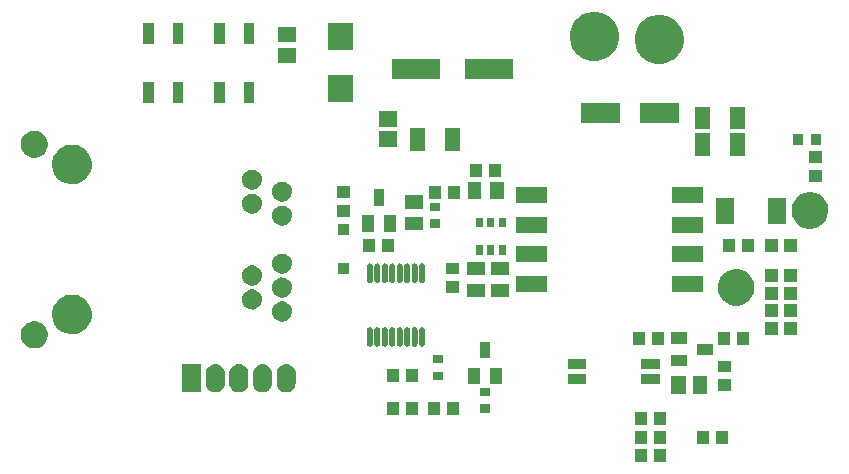
<source format=gts>
G04 #@! TF.FileFunction,Soldermask,Top*
%FSLAX45Y45*%
G04 Gerber Fmt 4.5, Leading zero omitted, Abs format (unit mm)*
G04 Created by KiCad (PCBNEW (2015-11-19 BZR 6326, Git 08d9b36)-product) date Mon 23 Nov 2015 03:22:04 AM EST*
%MOMM*%
G01*
G04 APERTURE LIST*
%ADD10C,0.100000*%
G04 APERTURE END LIST*
D10*
G36*
X12557500Y-7280000D02*
X12452500Y-7280000D01*
X12452500Y-7170000D01*
X12557500Y-7170000D01*
X12557500Y-7280000D01*
X12557500Y-7280000D01*
G37*
G36*
X12397500Y-7280000D02*
X12292500Y-7280000D01*
X12292500Y-7170000D01*
X12397500Y-7170000D01*
X12397500Y-7280000D01*
X12397500Y-7280000D01*
G37*
G36*
X12555000Y-7130000D02*
X12455000Y-7130000D01*
X12455000Y-7020000D01*
X12555000Y-7020000D01*
X12555000Y-7130000D01*
X12555000Y-7130000D01*
G37*
G36*
X12395000Y-7130000D02*
X12295000Y-7130000D01*
X12295000Y-7020000D01*
X12395000Y-7020000D01*
X12395000Y-7130000D01*
X12395000Y-7130000D01*
G37*
G36*
X13080000Y-7130000D02*
X12980000Y-7130000D01*
X12980000Y-7020000D01*
X13080000Y-7020000D01*
X13080000Y-7130000D01*
X13080000Y-7130000D01*
G37*
G36*
X12920000Y-7130000D02*
X12820000Y-7130000D01*
X12820000Y-7020000D01*
X12920000Y-7020000D01*
X12920000Y-7130000D01*
X12920000Y-7130000D01*
G37*
G36*
X12557500Y-6968870D02*
X12452500Y-6968870D01*
X12452500Y-6858870D01*
X12557500Y-6858870D01*
X12557500Y-6968870D01*
X12557500Y-6968870D01*
G37*
G36*
X12397500Y-6968870D02*
X12292500Y-6968870D01*
X12292500Y-6858870D01*
X12397500Y-6858870D01*
X12397500Y-6968870D01*
X12397500Y-6968870D01*
G37*
G36*
X10805000Y-6880000D02*
X10705000Y-6880000D01*
X10705000Y-6770000D01*
X10805000Y-6770000D01*
X10805000Y-6880000D01*
X10805000Y-6880000D01*
G37*
G36*
X10645000Y-6880000D02*
X10545000Y-6880000D01*
X10545000Y-6770000D01*
X10645000Y-6770000D01*
X10645000Y-6880000D01*
X10645000Y-6880000D01*
G37*
G36*
X10455000Y-6880000D02*
X10355000Y-6880000D01*
X10355000Y-6770000D01*
X10455000Y-6770000D01*
X10455000Y-6880000D01*
X10455000Y-6880000D01*
G37*
G36*
X10295000Y-6880000D02*
X10195000Y-6880000D01*
X10195000Y-6770000D01*
X10295000Y-6770000D01*
X10295000Y-6880000D01*
X10295000Y-6880000D01*
G37*
G36*
X11065000Y-6860000D02*
X10985000Y-6860000D01*
X10985000Y-6790000D01*
X11065000Y-6790000D01*
X11065000Y-6860000D01*
X11065000Y-6860000D01*
G37*
G36*
X11065000Y-6720000D02*
X10985000Y-6720000D01*
X10985000Y-6650000D01*
X11065000Y-6650000D01*
X11065000Y-6720000D01*
X11065000Y-6720000D01*
G37*
G36*
X12907500Y-6707500D02*
X12782500Y-6707500D01*
X12782500Y-6552500D01*
X12907500Y-6552500D01*
X12907500Y-6707500D01*
X12907500Y-6707500D01*
G37*
G36*
X12727500Y-6707500D02*
X12602500Y-6707500D01*
X12602500Y-6552500D01*
X12727500Y-6552500D01*
X12727500Y-6707500D01*
X12727500Y-6707500D01*
G37*
G36*
X8756325Y-6451781D02*
X8756325Y-6451781D01*
X8756328Y-6451781D01*
X8771466Y-6456467D01*
X8785407Y-6464005D01*
X8797617Y-6474106D01*
X8807633Y-6486387D01*
X8815073Y-6500380D01*
X8819654Y-6515551D01*
X8821200Y-6531323D01*
X8821200Y-6608689D01*
X8821194Y-6609614D01*
X8821192Y-6609811D01*
X8819426Y-6625560D01*
X8814634Y-6640665D01*
X8806999Y-6654552D01*
X8796813Y-6666692D01*
X8784462Y-6676622D01*
X8770418Y-6683964D01*
X8755215Y-6688439D01*
X8755214Y-6688439D01*
X8755213Y-6688439D01*
X8739433Y-6689875D01*
X8723675Y-6688219D01*
X8723675Y-6688219D01*
X8723673Y-6688219D01*
X8708534Y-6683532D01*
X8694594Y-6675995D01*
X8682383Y-6665893D01*
X8672367Y-6653613D01*
X8664927Y-6639620D01*
X8660346Y-6624449D01*
X8658800Y-6608677D01*
X8658800Y-6531311D01*
X8658807Y-6530291D01*
X8658808Y-6530189D01*
X8660574Y-6514440D01*
X8665366Y-6499335D01*
X8673001Y-6485447D01*
X8683187Y-6473308D01*
X8695538Y-6463377D01*
X8709582Y-6456035D01*
X8724785Y-6451561D01*
X8724787Y-6451561D01*
X8724787Y-6451561D01*
X8740567Y-6450125D01*
X8756325Y-6451781D01*
X8756325Y-6451781D01*
G37*
G36*
X8956325Y-6451781D02*
X8956325Y-6451781D01*
X8956328Y-6451781D01*
X8971466Y-6456467D01*
X8985407Y-6464005D01*
X8997617Y-6474106D01*
X9007633Y-6486387D01*
X9015073Y-6500380D01*
X9019654Y-6515551D01*
X9021200Y-6531323D01*
X9021200Y-6608689D01*
X9021194Y-6609614D01*
X9021192Y-6609811D01*
X9019426Y-6625560D01*
X9014634Y-6640665D01*
X9006999Y-6654552D01*
X8996813Y-6666692D01*
X8984462Y-6676622D01*
X8970418Y-6683964D01*
X8955215Y-6688439D01*
X8955214Y-6688439D01*
X8955213Y-6688439D01*
X8939433Y-6689875D01*
X8923675Y-6688219D01*
X8923675Y-6688219D01*
X8923673Y-6688219D01*
X8908534Y-6683532D01*
X8894594Y-6675995D01*
X8882383Y-6665893D01*
X8872367Y-6653613D01*
X8864927Y-6639620D01*
X8860346Y-6624449D01*
X8858800Y-6608677D01*
X8858800Y-6531311D01*
X8858807Y-6530291D01*
X8858808Y-6530189D01*
X8860574Y-6514440D01*
X8865366Y-6499335D01*
X8873001Y-6485447D01*
X8883187Y-6473308D01*
X8895538Y-6463377D01*
X8909582Y-6456035D01*
X8924785Y-6451561D01*
X8924787Y-6451561D01*
X8924787Y-6451561D01*
X8940567Y-6450125D01*
X8956325Y-6451781D01*
X8956325Y-6451781D01*
G37*
G36*
X9156325Y-6451781D02*
X9156325Y-6451781D01*
X9156328Y-6451781D01*
X9171466Y-6456467D01*
X9185407Y-6464005D01*
X9197617Y-6474106D01*
X9207633Y-6486387D01*
X9215073Y-6500380D01*
X9219654Y-6515551D01*
X9221200Y-6531323D01*
X9221200Y-6608689D01*
X9221194Y-6609614D01*
X9221192Y-6609811D01*
X9219426Y-6625560D01*
X9214634Y-6640665D01*
X9206999Y-6654552D01*
X9196813Y-6666692D01*
X9184462Y-6676622D01*
X9170418Y-6683964D01*
X9155215Y-6688439D01*
X9155214Y-6688439D01*
X9155213Y-6688439D01*
X9139433Y-6689875D01*
X9123675Y-6688219D01*
X9123675Y-6688219D01*
X9123673Y-6688219D01*
X9108534Y-6683532D01*
X9094594Y-6675995D01*
X9082383Y-6665893D01*
X9072367Y-6653613D01*
X9064927Y-6639620D01*
X9060346Y-6624449D01*
X9058800Y-6608677D01*
X9058800Y-6531311D01*
X9058807Y-6530291D01*
X9058808Y-6530189D01*
X9060574Y-6514440D01*
X9065366Y-6499335D01*
X9073001Y-6485447D01*
X9083187Y-6473308D01*
X9095538Y-6463377D01*
X9109582Y-6456035D01*
X9124785Y-6451561D01*
X9124787Y-6451561D01*
X9124787Y-6451561D01*
X9140567Y-6450125D01*
X9156325Y-6451781D01*
X9156325Y-6451781D01*
G37*
G36*
X9356325Y-6451781D02*
X9356325Y-6451781D01*
X9356328Y-6451781D01*
X9371466Y-6456467D01*
X9385407Y-6464005D01*
X9397617Y-6474106D01*
X9407633Y-6486387D01*
X9415073Y-6500380D01*
X9419654Y-6515551D01*
X9421200Y-6531323D01*
X9421200Y-6608689D01*
X9421194Y-6609614D01*
X9421192Y-6609811D01*
X9419426Y-6625560D01*
X9414634Y-6640665D01*
X9406999Y-6654552D01*
X9396813Y-6666692D01*
X9384462Y-6676622D01*
X9370418Y-6683964D01*
X9355215Y-6688439D01*
X9355214Y-6688439D01*
X9355213Y-6688439D01*
X9339433Y-6689875D01*
X9323675Y-6688219D01*
X9323675Y-6688219D01*
X9323673Y-6688219D01*
X9308534Y-6683532D01*
X9294594Y-6675995D01*
X9282383Y-6665893D01*
X9272367Y-6653613D01*
X9264927Y-6639620D01*
X9260346Y-6624449D01*
X9258800Y-6608677D01*
X9258800Y-6531311D01*
X9258807Y-6530291D01*
X9258808Y-6530189D01*
X9260574Y-6514440D01*
X9265366Y-6499335D01*
X9273001Y-6485447D01*
X9283187Y-6473308D01*
X9295538Y-6463377D01*
X9309582Y-6456035D01*
X9324785Y-6451561D01*
X9324787Y-6451561D01*
X9324787Y-6451561D01*
X9340567Y-6450125D01*
X9356325Y-6451781D01*
X9356325Y-6451781D01*
G37*
G36*
X8621200Y-6689300D02*
X8458800Y-6689300D01*
X8458800Y-6450700D01*
X8621200Y-6450700D01*
X8621200Y-6689300D01*
X8621200Y-6689300D01*
G37*
G36*
X13105000Y-6680000D02*
X12995000Y-6680000D01*
X12995000Y-6580000D01*
X13105000Y-6580000D01*
X13105000Y-6680000D01*
X13105000Y-6680000D01*
G37*
G36*
X11877500Y-6622000D02*
X11722500Y-6622000D01*
X11722500Y-6532000D01*
X11877500Y-6532000D01*
X11877500Y-6622000D01*
X11877500Y-6622000D01*
G37*
G36*
X12502500Y-6622000D02*
X12347500Y-6622000D01*
X12347500Y-6532000D01*
X12502500Y-6532000D01*
X12502500Y-6622000D01*
X12502500Y-6622000D01*
G37*
G36*
X11170000Y-6620000D02*
X11070000Y-6620000D01*
X11070000Y-6480000D01*
X11170000Y-6480000D01*
X11170000Y-6620000D01*
X11170000Y-6620000D01*
G37*
G36*
X10980000Y-6620000D02*
X10880000Y-6620000D01*
X10880000Y-6480000D01*
X10980000Y-6480000D01*
X10980000Y-6620000D01*
X10980000Y-6620000D01*
G37*
G36*
X10455000Y-6605000D02*
X10355000Y-6605000D01*
X10355000Y-6495000D01*
X10455000Y-6495000D01*
X10455000Y-6605000D01*
X10455000Y-6605000D01*
G37*
G36*
X10295000Y-6605000D02*
X10195000Y-6605000D01*
X10195000Y-6495000D01*
X10295000Y-6495000D01*
X10295000Y-6605000D01*
X10295000Y-6605000D01*
G37*
G36*
X10665000Y-6585000D02*
X10585000Y-6585000D01*
X10585000Y-6515000D01*
X10665000Y-6515000D01*
X10665000Y-6585000D01*
X10665000Y-6585000D01*
G37*
G36*
X13105000Y-6520000D02*
X12995000Y-6520000D01*
X12995000Y-6420000D01*
X13105000Y-6420000D01*
X13105000Y-6520000D01*
X13105000Y-6520000D01*
G37*
G36*
X12502500Y-6495000D02*
X12347500Y-6495000D01*
X12347500Y-6405000D01*
X12502500Y-6405000D01*
X12502500Y-6495000D01*
X12502500Y-6495000D01*
G37*
G36*
X11877500Y-6495000D02*
X11722500Y-6495000D01*
X11722500Y-6405000D01*
X11877500Y-6405000D01*
X11877500Y-6495000D01*
X11877500Y-6495000D01*
G37*
G36*
X12735000Y-6470000D02*
X12595000Y-6470000D01*
X12595000Y-6370000D01*
X12735000Y-6370000D01*
X12735000Y-6470000D01*
X12735000Y-6470000D01*
G37*
G36*
X10665000Y-6445000D02*
X10585000Y-6445000D01*
X10585000Y-6375000D01*
X10665000Y-6375000D01*
X10665000Y-6445000D01*
X10665000Y-6445000D01*
G37*
G36*
X11070000Y-6400000D02*
X10980000Y-6400000D01*
X10980000Y-6260000D01*
X11070000Y-6260000D01*
X11070000Y-6400000D01*
X11070000Y-6400000D01*
G37*
G36*
X12955000Y-6370000D02*
X12815000Y-6370000D01*
X12815000Y-6280000D01*
X12955000Y-6280000D01*
X12955000Y-6370000D01*
X12955000Y-6370000D01*
G37*
G36*
X7221079Y-6086076D02*
X7243171Y-6090611D01*
X7263961Y-6099351D01*
X7282659Y-6111962D01*
X7298550Y-6127965D01*
X7311030Y-6146749D01*
X7319624Y-6167601D01*
X7324001Y-6189706D01*
X7324001Y-6189706D01*
X7324005Y-6189724D01*
X7323645Y-6215483D01*
X7323641Y-6215500D01*
X7323641Y-6215500D01*
X7318649Y-6237475D01*
X7309476Y-6258078D01*
X7296475Y-6276507D01*
X7280144Y-6292060D01*
X7261102Y-6304144D01*
X7240075Y-6312300D01*
X7217866Y-6316216D01*
X7195317Y-6315743D01*
X7173291Y-6310901D01*
X7152625Y-6301872D01*
X7134105Y-6289000D01*
X7118439Y-6272778D01*
X7106222Y-6253820D01*
X7097920Y-6232852D01*
X7093849Y-6210670D01*
X7094164Y-6188119D01*
X7098853Y-6166059D01*
X7107737Y-6145330D01*
X7120478Y-6126722D01*
X7136592Y-6110942D01*
X7155463Y-6098593D01*
X7176374Y-6090145D01*
X7198527Y-6085919D01*
X7221079Y-6086076D01*
X7221079Y-6086076D01*
G37*
G36*
X10369524Y-6137611D02*
X10369525Y-6137611D01*
X10369527Y-6137611D01*
X10374188Y-6139054D01*
X10378480Y-6141375D01*
X10382239Y-6144485D01*
X10385323Y-6148266D01*
X10387614Y-6152574D01*
X10389024Y-6157245D01*
X10389500Y-6162101D01*
X10389500Y-6277911D01*
X10389498Y-6278147D01*
X10389498Y-6278248D01*
X10388954Y-6283097D01*
X10387478Y-6287748D01*
X10385128Y-6292023D01*
X10381992Y-6295761D01*
X10378189Y-6298818D01*
X10373865Y-6301079D01*
X10369185Y-6302456D01*
X10369183Y-6302457D01*
X10369182Y-6302457D01*
X10364326Y-6302899D01*
X10359476Y-6302389D01*
X10359475Y-6302389D01*
X10359473Y-6302389D01*
X10354812Y-6300946D01*
X10350520Y-6298625D01*
X10346761Y-6295515D01*
X10343677Y-6291734D01*
X10341386Y-6287426D01*
X10339976Y-6282755D01*
X10339500Y-6277899D01*
X10339500Y-6162089D01*
X10339502Y-6161853D01*
X10339502Y-6161752D01*
X10340046Y-6156903D01*
X10341522Y-6152252D01*
X10343872Y-6147977D01*
X10347008Y-6144239D01*
X10350811Y-6141182D01*
X10355135Y-6138921D01*
X10359816Y-6137544D01*
X10359817Y-6137543D01*
X10359818Y-6137543D01*
X10364674Y-6137101D01*
X10369524Y-6137611D01*
X10369524Y-6137611D01*
G37*
G36*
X10432524Y-6137611D02*
X10432525Y-6137611D01*
X10432527Y-6137611D01*
X10437188Y-6139054D01*
X10441480Y-6141375D01*
X10445239Y-6144485D01*
X10448323Y-6148266D01*
X10450614Y-6152574D01*
X10452024Y-6157245D01*
X10452500Y-6162101D01*
X10452500Y-6277911D01*
X10452498Y-6278147D01*
X10452498Y-6278248D01*
X10451954Y-6283097D01*
X10450478Y-6287748D01*
X10448128Y-6292023D01*
X10444992Y-6295761D01*
X10441189Y-6298818D01*
X10436865Y-6301079D01*
X10432185Y-6302456D01*
X10432183Y-6302457D01*
X10432182Y-6302457D01*
X10427326Y-6302899D01*
X10422476Y-6302389D01*
X10422475Y-6302389D01*
X10422473Y-6302389D01*
X10417812Y-6300946D01*
X10413520Y-6298625D01*
X10409761Y-6295515D01*
X10406677Y-6291734D01*
X10404386Y-6287426D01*
X10402976Y-6282755D01*
X10402500Y-6277899D01*
X10402500Y-6162089D01*
X10402502Y-6161853D01*
X10402502Y-6161752D01*
X10403046Y-6156903D01*
X10404522Y-6152252D01*
X10406872Y-6147977D01*
X10410008Y-6144239D01*
X10413811Y-6141182D01*
X10418135Y-6138921D01*
X10422816Y-6137544D01*
X10422817Y-6137543D01*
X10422818Y-6137543D01*
X10427674Y-6137101D01*
X10432524Y-6137611D01*
X10432524Y-6137611D01*
G37*
G36*
X10495524Y-6137611D02*
X10495525Y-6137611D01*
X10495527Y-6137611D01*
X10500188Y-6139054D01*
X10504480Y-6141375D01*
X10508239Y-6144485D01*
X10511323Y-6148266D01*
X10513614Y-6152574D01*
X10515024Y-6157245D01*
X10515500Y-6162101D01*
X10515500Y-6277911D01*
X10515498Y-6278147D01*
X10515498Y-6278248D01*
X10514954Y-6283097D01*
X10513478Y-6287748D01*
X10511128Y-6292023D01*
X10507992Y-6295761D01*
X10504189Y-6298818D01*
X10499865Y-6301079D01*
X10495185Y-6302456D01*
X10495183Y-6302457D01*
X10495182Y-6302457D01*
X10490326Y-6302899D01*
X10485476Y-6302389D01*
X10485475Y-6302389D01*
X10485473Y-6302389D01*
X10480812Y-6300946D01*
X10476520Y-6298625D01*
X10472761Y-6295515D01*
X10469677Y-6291734D01*
X10467386Y-6287426D01*
X10465976Y-6282755D01*
X10465500Y-6277899D01*
X10465500Y-6162089D01*
X10465502Y-6161853D01*
X10465502Y-6161752D01*
X10466046Y-6156903D01*
X10467522Y-6152252D01*
X10469872Y-6147977D01*
X10473008Y-6144239D01*
X10476811Y-6141182D01*
X10481135Y-6138921D01*
X10485816Y-6137544D01*
X10485817Y-6137543D01*
X10485818Y-6137543D01*
X10490674Y-6137101D01*
X10495524Y-6137611D01*
X10495524Y-6137611D01*
G37*
G36*
X10180524Y-6137611D02*
X10180525Y-6137611D01*
X10180527Y-6137611D01*
X10185188Y-6139054D01*
X10189480Y-6141375D01*
X10193239Y-6144485D01*
X10196323Y-6148266D01*
X10198614Y-6152574D01*
X10200024Y-6157245D01*
X10200500Y-6162101D01*
X10200500Y-6277911D01*
X10200498Y-6278147D01*
X10200498Y-6278248D01*
X10199954Y-6283097D01*
X10198478Y-6287748D01*
X10196128Y-6292023D01*
X10192992Y-6295761D01*
X10189189Y-6298818D01*
X10184865Y-6301079D01*
X10180185Y-6302456D01*
X10180183Y-6302457D01*
X10180182Y-6302457D01*
X10175326Y-6302899D01*
X10170476Y-6302389D01*
X10170475Y-6302389D01*
X10170473Y-6302389D01*
X10165812Y-6300946D01*
X10161520Y-6298625D01*
X10157761Y-6295515D01*
X10154677Y-6291734D01*
X10152386Y-6287426D01*
X10150976Y-6282755D01*
X10150500Y-6277899D01*
X10150500Y-6162089D01*
X10150502Y-6161853D01*
X10150502Y-6161752D01*
X10151046Y-6156903D01*
X10152522Y-6152252D01*
X10154872Y-6147977D01*
X10158008Y-6144239D01*
X10161811Y-6141182D01*
X10166135Y-6138921D01*
X10170816Y-6137544D01*
X10170817Y-6137543D01*
X10170818Y-6137543D01*
X10175674Y-6137101D01*
X10180524Y-6137611D01*
X10180524Y-6137611D01*
G37*
G36*
X10117524Y-6137611D02*
X10117525Y-6137611D01*
X10117527Y-6137611D01*
X10122188Y-6139054D01*
X10126480Y-6141375D01*
X10130239Y-6144485D01*
X10133323Y-6148266D01*
X10135614Y-6152574D01*
X10137024Y-6157245D01*
X10137500Y-6162101D01*
X10137500Y-6277911D01*
X10137498Y-6278147D01*
X10137498Y-6278248D01*
X10136954Y-6283097D01*
X10135478Y-6287748D01*
X10133128Y-6292023D01*
X10129992Y-6295761D01*
X10126189Y-6298818D01*
X10121865Y-6301079D01*
X10117185Y-6302456D01*
X10117183Y-6302457D01*
X10117182Y-6302457D01*
X10112326Y-6302899D01*
X10107476Y-6302389D01*
X10107475Y-6302389D01*
X10107473Y-6302389D01*
X10102812Y-6300946D01*
X10098520Y-6298625D01*
X10094761Y-6295515D01*
X10091677Y-6291734D01*
X10089386Y-6287426D01*
X10087976Y-6282755D01*
X10087500Y-6277899D01*
X10087500Y-6162089D01*
X10087502Y-6161853D01*
X10087502Y-6161752D01*
X10088046Y-6156903D01*
X10089522Y-6152252D01*
X10091872Y-6147977D01*
X10095008Y-6144239D01*
X10098811Y-6141182D01*
X10103135Y-6138921D01*
X10107816Y-6137544D01*
X10107817Y-6137543D01*
X10107818Y-6137543D01*
X10112674Y-6137101D01*
X10117524Y-6137611D01*
X10117524Y-6137611D01*
G37*
G36*
X10243524Y-6137611D02*
X10243525Y-6137611D01*
X10243527Y-6137611D01*
X10248188Y-6139054D01*
X10252480Y-6141375D01*
X10256239Y-6144485D01*
X10259323Y-6148266D01*
X10261614Y-6152574D01*
X10263024Y-6157245D01*
X10263500Y-6162101D01*
X10263500Y-6277911D01*
X10263498Y-6278147D01*
X10263498Y-6278248D01*
X10262954Y-6283097D01*
X10261478Y-6287748D01*
X10259128Y-6292023D01*
X10255992Y-6295761D01*
X10252189Y-6298818D01*
X10247865Y-6301079D01*
X10243185Y-6302456D01*
X10243183Y-6302457D01*
X10243182Y-6302457D01*
X10238326Y-6302899D01*
X10233476Y-6302389D01*
X10233475Y-6302389D01*
X10233473Y-6302389D01*
X10228812Y-6300946D01*
X10224520Y-6298625D01*
X10220761Y-6295515D01*
X10217677Y-6291734D01*
X10215386Y-6287426D01*
X10213976Y-6282755D01*
X10213500Y-6277899D01*
X10213500Y-6162089D01*
X10213502Y-6161853D01*
X10213502Y-6161752D01*
X10214046Y-6156903D01*
X10215522Y-6152252D01*
X10217872Y-6147977D01*
X10221008Y-6144239D01*
X10224811Y-6141182D01*
X10229135Y-6138921D01*
X10233816Y-6137544D01*
X10233817Y-6137543D01*
X10233818Y-6137543D01*
X10238674Y-6137101D01*
X10243524Y-6137611D01*
X10243524Y-6137611D01*
G37*
G36*
X10054524Y-6137611D02*
X10054525Y-6137611D01*
X10054527Y-6137611D01*
X10059188Y-6139054D01*
X10063480Y-6141375D01*
X10067239Y-6144485D01*
X10070323Y-6148266D01*
X10072614Y-6152574D01*
X10074024Y-6157245D01*
X10074500Y-6162101D01*
X10074500Y-6277911D01*
X10074498Y-6278147D01*
X10074498Y-6278248D01*
X10073954Y-6283097D01*
X10072478Y-6287748D01*
X10070128Y-6292023D01*
X10066992Y-6295761D01*
X10063189Y-6298818D01*
X10058865Y-6301079D01*
X10054185Y-6302456D01*
X10054183Y-6302457D01*
X10054182Y-6302457D01*
X10049326Y-6302899D01*
X10044476Y-6302389D01*
X10044475Y-6302389D01*
X10044473Y-6302389D01*
X10039812Y-6300946D01*
X10035520Y-6298625D01*
X10031761Y-6295515D01*
X10028677Y-6291734D01*
X10026386Y-6287426D01*
X10024976Y-6282755D01*
X10024500Y-6277899D01*
X10024500Y-6162089D01*
X10024502Y-6161853D01*
X10024502Y-6161752D01*
X10025046Y-6156903D01*
X10026522Y-6152252D01*
X10028872Y-6147977D01*
X10032008Y-6144239D01*
X10035811Y-6141182D01*
X10040135Y-6138921D01*
X10044816Y-6137544D01*
X10044817Y-6137543D01*
X10044818Y-6137543D01*
X10049674Y-6137101D01*
X10054524Y-6137611D01*
X10054524Y-6137611D01*
G37*
G36*
X10306524Y-6137611D02*
X10306525Y-6137611D01*
X10306527Y-6137611D01*
X10311188Y-6139054D01*
X10315480Y-6141375D01*
X10319239Y-6144485D01*
X10322323Y-6148266D01*
X10324614Y-6152574D01*
X10326024Y-6157245D01*
X10326500Y-6162101D01*
X10326500Y-6277911D01*
X10326498Y-6278147D01*
X10326498Y-6278248D01*
X10325954Y-6283097D01*
X10324478Y-6287748D01*
X10322128Y-6292023D01*
X10318992Y-6295761D01*
X10315189Y-6298818D01*
X10310865Y-6301079D01*
X10306185Y-6302456D01*
X10306183Y-6302457D01*
X10306182Y-6302457D01*
X10301326Y-6302899D01*
X10296476Y-6302389D01*
X10296475Y-6302389D01*
X10296473Y-6302389D01*
X10291812Y-6300946D01*
X10287520Y-6298625D01*
X10283761Y-6295515D01*
X10280677Y-6291734D01*
X10278386Y-6287426D01*
X10276976Y-6282755D01*
X10276500Y-6277899D01*
X10276500Y-6162089D01*
X10276502Y-6161853D01*
X10276502Y-6161752D01*
X10277046Y-6156903D01*
X10278522Y-6152252D01*
X10280872Y-6147977D01*
X10284008Y-6144239D01*
X10287811Y-6141182D01*
X10292135Y-6138921D01*
X10296816Y-6137544D01*
X10296817Y-6137543D01*
X10296818Y-6137543D01*
X10301674Y-6137101D01*
X10306524Y-6137611D01*
X10306524Y-6137611D01*
G37*
G36*
X13095000Y-6285000D02*
X12995000Y-6285000D01*
X12995000Y-6175000D01*
X13095000Y-6175000D01*
X13095000Y-6285000D01*
X13095000Y-6285000D01*
G37*
G36*
X13255000Y-6285000D02*
X13155000Y-6285000D01*
X13155000Y-6175000D01*
X13255000Y-6175000D01*
X13255000Y-6285000D01*
X13255000Y-6285000D01*
G37*
G36*
X12540000Y-6285000D02*
X12440000Y-6285000D01*
X12440000Y-6175000D01*
X12540000Y-6175000D01*
X12540000Y-6285000D01*
X12540000Y-6285000D01*
G37*
G36*
X12380000Y-6285000D02*
X12280000Y-6285000D01*
X12280000Y-6175000D01*
X12380000Y-6175000D01*
X12380000Y-6285000D01*
X12380000Y-6285000D01*
G37*
G36*
X12735000Y-6280000D02*
X12595000Y-6280000D01*
X12595000Y-6180000D01*
X12735000Y-6180000D01*
X12735000Y-6280000D01*
X12735000Y-6280000D01*
G37*
G36*
X13662500Y-6205000D02*
X13557500Y-6205000D01*
X13557500Y-6095000D01*
X13662500Y-6095000D01*
X13662500Y-6205000D01*
X13662500Y-6205000D01*
G37*
G36*
X13502500Y-6205000D02*
X13397500Y-6205000D01*
X13397500Y-6095000D01*
X13502500Y-6095000D01*
X13502500Y-6205000D01*
X13502500Y-6205000D01*
G37*
G36*
X7543593Y-5862611D02*
X7575770Y-5869216D01*
X7606053Y-5881946D01*
X7633285Y-5900314D01*
X7656431Y-5923623D01*
X7673236Y-5948916D01*
X7674609Y-5950983D01*
X7676117Y-5954641D01*
X7687127Y-5981353D01*
X7693504Y-6013558D01*
X7693504Y-6013559D01*
X7693507Y-6013576D01*
X7692983Y-6051095D01*
X7692979Y-6051112D01*
X7692979Y-6051112D01*
X7685706Y-6083127D01*
X7672345Y-6113135D01*
X7653410Y-6139978D01*
X7629623Y-6162630D01*
X7601887Y-6180232D01*
X7571262Y-6192110D01*
X7538913Y-6197814D01*
X7506071Y-6197126D01*
X7473989Y-6190073D01*
X7443888Y-6176922D01*
X7416914Y-6158175D01*
X7394096Y-6134546D01*
X7376302Y-6106934D01*
X7364209Y-6076393D01*
X7358280Y-6044084D01*
X7358738Y-6011239D01*
X7365568Y-5979108D01*
X7378508Y-5948916D01*
X7397066Y-5921812D01*
X7420536Y-5898829D01*
X7448022Y-5880843D01*
X7478479Y-5868537D01*
X7510746Y-5862382D01*
X7543593Y-5862611D01*
X7543593Y-5862611D01*
G37*
G36*
X9312928Y-5920056D02*
X9329257Y-5923408D01*
X9344624Y-5929868D01*
X9358443Y-5939189D01*
X9370189Y-5951017D01*
X9379414Y-5964902D01*
X9385766Y-5980313D01*
X9388769Y-5995479D01*
X9389004Y-5996665D01*
X9388738Y-6015705D01*
X9388734Y-6015722D01*
X9388734Y-6015722D01*
X9385045Y-6031960D01*
X9378265Y-6047188D01*
X9368656Y-6060810D01*
X9356585Y-6072305D01*
X9342510Y-6081237D01*
X9326969Y-6087265D01*
X9310553Y-6090160D01*
X9293887Y-6089810D01*
X9277606Y-6086231D01*
X9262331Y-6079558D01*
X9248643Y-6070044D01*
X9237064Y-6058053D01*
X9228034Y-6044041D01*
X9221897Y-6028543D01*
X9218888Y-6012147D01*
X9219121Y-5995479D01*
X9222587Y-5979174D01*
X9229153Y-5963853D01*
X9238571Y-5950099D01*
X9250481Y-5938435D01*
X9264429Y-5929308D01*
X9279885Y-5923064D01*
X9296259Y-5919940D01*
X9312928Y-5920056D01*
X9312928Y-5920056D01*
G37*
G36*
X13662500Y-6055000D02*
X13557500Y-6055000D01*
X13557500Y-5945000D01*
X13662500Y-5945000D01*
X13662500Y-6055000D01*
X13662500Y-6055000D01*
G37*
G36*
X13502500Y-6055000D02*
X13397500Y-6055000D01*
X13397500Y-5945000D01*
X13502500Y-5945000D01*
X13502500Y-6055000D01*
X13502500Y-6055000D01*
G37*
G36*
X9058928Y-5818056D02*
X9075257Y-5821408D01*
X9090624Y-5827868D01*
X9104443Y-5837189D01*
X9116189Y-5849017D01*
X9125414Y-5862902D01*
X9131766Y-5878313D01*
X9134769Y-5893479D01*
X9135004Y-5894665D01*
X9134738Y-5913705D01*
X9134734Y-5913722D01*
X9134734Y-5913722D01*
X9131045Y-5929960D01*
X9124265Y-5945188D01*
X9114656Y-5958810D01*
X9102585Y-5970305D01*
X9088510Y-5979237D01*
X9072969Y-5985265D01*
X9056553Y-5988160D01*
X9039887Y-5987810D01*
X9023606Y-5984231D01*
X9008331Y-5977558D01*
X8994643Y-5968044D01*
X8983064Y-5956053D01*
X8974034Y-5942041D01*
X8967897Y-5926543D01*
X8964888Y-5910147D01*
X8965121Y-5893479D01*
X8968587Y-5877174D01*
X8975153Y-5861853D01*
X8984571Y-5848099D01*
X8996481Y-5836435D01*
X9010429Y-5827308D01*
X9025885Y-5821064D01*
X9042259Y-5817940D01*
X9058928Y-5818056D01*
X9058928Y-5818056D01*
G37*
G36*
X13166279Y-5645116D02*
X13196052Y-5651228D01*
X13224072Y-5663006D01*
X13249271Y-5680003D01*
X13270687Y-5701570D01*
X13287507Y-5726886D01*
X13299090Y-5754987D01*
X13304990Y-5784785D01*
X13304994Y-5784803D01*
X13304509Y-5819519D01*
X13304505Y-5819536D01*
X13304505Y-5819536D01*
X13297775Y-5849158D01*
X13285413Y-5876925D01*
X13267892Y-5901762D01*
X13245881Y-5922722D01*
X13220218Y-5939009D01*
X13191881Y-5950000D01*
X13161948Y-5955278D01*
X13131560Y-5954641D01*
X13101875Y-5948115D01*
X13074022Y-5935946D01*
X13049064Y-5918600D01*
X13027950Y-5896736D01*
X13011485Y-5871187D01*
X13000296Y-5842927D01*
X12994809Y-5813032D01*
X12995234Y-5782640D01*
X13001553Y-5752910D01*
X13013526Y-5724973D01*
X13030698Y-5699894D01*
X13052415Y-5678628D01*
X13077847Y-5661985D01*
X13106029Y-5650599D01*
X13135885Y-5644904D01*
X13166279Y-5645116D01*
X13166279Y-5645116D01*
G37*
G36*
X13502500Y-5905000D02*
X13397500Y-5905000D01*
X13397500Y-5795000D01*
X13502500Y-5795000D01*
X13502500Y-5905000D01*
X13502500Y-5905000D01*
G37*
G36*
X13662500Y-5905000D02*
X13557500Y-5905000D01*
X13557500Y-5795000D01*
X13662500Y-5795000D01*
X13662500Y-5905000D01*
X13662500Y-5905000D01*
G37*
G36*
X9312928Y-5717056D02*
X9329257Y-5720408D01*
X9344624Y-5726868D01*
X9358443Y-5736189D01*
X9370189Y-5748017D01*
X9379414Y-5761902D01*
X9385766Y-5777313D01*
X9388769Y-5792479D01*
X9389004Y-5793665D01*
X9388738Y-5812705D01*
X9388734Y-5812722D01*
X9388734Y-5812722D01*
X9385045Y-5828960D01*
X9378265Y-5844188D01*
X9368656Y-5857810D01*
X9356585Y-5869305D01*
X9342510Y-5878237D01*
X9326969Y-5884265D01*
X9310553Y-5887160D01*
X9293887Y-5886810D01*
X9277606Y-5883231D01*
X9262331Y-5876558D01*
X9248643Y-5867044D01*
X9237064Y-5855053D01*
X9228034Y-5841041D01*
X9221897Y-5825543D01*
X9218888Y-5809147D01*
X9219121Y-5792479D01*
X9222587Y-5776174D01*
X9229153Y-5760853D01*
X9238571Y-5747099D01*
X9250481Y-5735435D01*
X9264429Y-5726308D01*
X9279885Y-5720064D01*
X9296259Y-5716940D01*
X9312928Y-5717056D01*
X9312928Y-5717056D01*
G37*
G36*
X11227500Y-5885000D02*
X11072500Y-5885000D01*
X11072500Y-5775000D01*
X11227500Y-5775000D01*
X11227500Y-5885000D01*
X11227500Y-5885000D01*
G37*
G36*
X11027500Y-5885000D02*
X10872500Y-5885000D01*
X10872500Y-5775000D01*
X11027500Y-5775000D01*
X11027500Y-5885000D01*
X11027500Y-5885000D01*
G37*
G36*
X10805000Y-5850000D02*
X10695000Y-5850000D01*
X10695000Y-5750000D01*
X10805000Y-5750000D01*
X10805000Y-5850000D01*
X10805000Y-5850000D01*
G37*
G36*
X12873000Y-5838500D02*
X12609000Y-5838500D01*
X12609000Y-5701500D01*
X12873000Y-5701500D01*
X12873000Y-5838500D01*
X12873000Y-5838500D01*
G37*
G36*
X11552000Y-5838500D02*
X11288000Y-5838500D01*
X11288000Y-5701500D01*
X11552000Y-5701500D01*
X11552000Y-5838500D01*
X11552000Y-5838500D01*
G37*
G36*
X9058928Y-5615056D02*
X9075257Y-5618408D01*
X9090624Y-5624868D01*
X9104443Y-5634189D01*
X9116189Y-5646017D01*
X9125414Y-5659902D01*
X9131766Y-5675313D01*
X9134674Y-5690000D01*
X9135004Y-5691665D01*
X9134738Y-5710705D01*
X9134734Y-5710722D01*
X9134734Y-5710722D01*
X9131045Y-5726960D01*
X9124265Y-5742188D01*
X9114656Y-5755810D01*
X9102585Y-5767305D01*
X9088510Y-5776237D01*
X9072969Y-5782265D01*
X9056553Y-5785160D01*
X9039887Y-5784810D01*
X9023606Y-5781231D01*
X9008331Y-5774558D01*
X8994643Y-5765044D01*
X8983064Y-5753053D01*
X8974034Y-5739041D01*
X8967897Y-5723543D01*
X8964888Y-5707147D01*
X8965121Y-5690479D01*
X8968587Y-5674174D01*
X8975153Y-5658853D01*
X8984571Y-5645099D01*
X8996481Y-5633435D01*
X9010429Y-5624308D01*
X9025885Y-5618064D01*
X9042259Y-5614940D01*
X9058928Y-5615056D01*
X9058928Y-5615056D01*
G37*
G36*
X10495524Y-5597611D02*
X10495525Y-5597611D01*
X10495527Y-5597611D01*
X10500188Y-5599054D01*
X10504480Y-5601375D01*
X10508239Y-5604485D01*
X10511323Y-5608266D01*
X10513614Y-5612574D01*
X10515024Y-5617245D01*
X10515500Y-5622101D01*
X10515500Y-5737911D01*
X10515498Y-5738147D01*
X10515498Y-5738248D01*
X10514954Y-5743097D01*
X10513478Y-5747748D01*
X10511128Y-5752023D01*
X10507992Y-5755761D01*
X10504189Y-5758818D01*
X10499865Y-5761079D01*
X10495185Y-5762456D01*
X10495183Y-5762457D01*
X10495182Y-5762457D01*
X10490326Y-5762899D01*
X10485476Y-5762389D01*
X10485475Y-5762389D01*
X10485473Y-5762389D01*
X10480812Y-5760946D01*
X10476520Y-5758625D01*
X10472761Y-5755515D01*
X10469677Y-5751734D01*
X10467386Y-5747426D01*
X10465976Y-5742755D01*
X10465500Y-5737899D01*
X10465500Y-5622089D01*
X10465502Y-5621853D01*
X10465502Y-5621752D01*
X10466046Y-5616903D01*
X10467522Y-5612252D01*
X10469872Y-5607977D01*
X10473008Y-5604239D01*
X10476811Y-5601182D01*
X10481135Y-5598921D01*
X10485816Y-5597544D01*
X10485817Y-5597543D01*
X10485818Y-5597543D01*
X10490674Y-5597101D01*
X10495524Y-5597611D01*
X10495524Y-5597611D01*
G37*
G36*
X10054524Y-5597611D02*
X10054525Y-5597611D01*
X10054527Y-5597611D01*
X10059188Y-5599054D01*
X10063480Y-5601375D01*
X10067239Y-5604485D01*
X10070323Y-5608266D01*
X10072614Y-5612574D01*
X10074024Y-5617245D01*
X10074500Y-5622101D01*
X10074500Y-5737911D01*
X10074498Y-5738147D01*
X10074498Y-5738248D01*
X10073954Y-5743097D01*
X10072478Y-5747748D01*
X10070128Y-5752023D01*
X10066992Y-5755761D01*
X10063189Y-5758818D01*
X10058865Y-5761079D01*
X10054185Y-5762456D01*
X10054183Y-5762457D01*
X10054182Y-5762457D01*
X10049326Y-5762899D01*
X10044476Y-5762389D01*
X10044475Y-5762389D01*
X10044473Y-5762389D01*
X10039812Y-5760946D01*
X10035520Y-5758625D01*
X10031761Y-5755515D01*
X10028677Y-5751734D01*
X10026386Y-5747426D01*
X10024976Y-5742755D01*
X10024500Y-5737899D01*
X10024500Y-5622089D01*
X10024502Y-5621853D01*
X10024502Y-5621752D01*
X10025046Y-5616903D01*
X10026522Y-5612252D01*
X10028872Y-5607977D01*
X10032008Y-5604239D01*
X10035811Y-5601182D01*
X10040135Y-5598921D01*
X10044816Y-5597544D01*
X10044817Y-5597543D01*
X10044818Y-5597543D01*
X10049674Y-5597101D01*
X10054524Y-5597611D01*
X10054524Y-5597611D01*
G37*
G36*
X10117524Y-5597611D02*
X10117525Y-5597611D01*
X10117527Y-5597611D01*
X10122188Y-5599054D01*
X10126480Y-5601375D01*
X10130239Y-5604485D01*
X10133323Y-5608266D01*
X10135614Y-5612574D01*
X10137024Y-5617245D01*
X10137500Y-5622101D01*
X10137500Y-5737911D01*
X10137498Y-5738147D01*
X10137498Y-5738248D01*
X10136954Y-5743097D01*
X10135478Y-5747748D01*
X10133128Y-5752023D01*
X10129992Y-5755761D01*
X10126189Y-5758818D01*
X10121865Y-5761079D01*
X10117185Y-5762456D01*
X10117183Y-5762457D01*
X10117182Y-5762457D01*
X10112326Y-5762899D01*
X10107476Y-5762389D01*
X10107475Y-5762389D01*
X10107473Y-5762389D01*
X10102812Y-5760946D01*
X10098520Y-5758625D01*
X10094761Y-5755515D01*
X10091677Y-5751734D01*
X10089386Y-5747426D01*
X10087976Y-5742755D01*
X10087500Y-5737899D01*
X10087500Y-5622089D01*
X10087502Y-5621853D01*
X10087502Y-5621752D01*
X10088046Y-5616903D01*
X10089522Y-5612252D01*
X10091872Y-5607977D01*
X10095008Y-5604239D01*
X10098811Y-5601182D01*
X10103135Y-5598921D01*
X10107816Y-5597544D01*
X10107817Y-5597543D01*
X10107818Y-5597543D01*
X10112674Y-5597101D01*
X10117524Y-5597611D01*
X10117524Y-5597611D01*
G37*
G36*
X10180524Y-5597611D02*
X10180525Y-5597611D01*
X10180527Y-5597611D01*
X10185188Y-5599054D01*
X10189480Y-5601375D01*
X10193239Y-5604485D01*
X10196323Y-5608266D01*
X10198614Y-5612574D01*
X10200024Y-5617245D01*
X10200500Y-5622101D01*
X10200500Y-5737911D01*
X10200498Y-5738147D01*
X10200498Y-5738248D01*
X10199954Y-5743097D01*
X10198478Y-5747748D01*
X10196128Y-5752023D01*
X10192992Y-5755761D01*
X10189189Y-5758818D01*
X10184865Y-5761079D01*
X10180185Y-5762456D01*
X10180183Y-5762457D01*
X10180182Y-5762457D01*
X10175326Y-5762899D01*
X10170476Y-5762389D01*
X10170475Y-5762389D01*
X10170473Y-5762389D01*
X10165812Y-5760946D01*
X10161520Y-5758625D01*
X10157761Y-5755515D01*
X10154677Y-5751734D01*
X10152386Y-5747426D01*
X10150976Y-5742755D01*
X10150500Y-5737899D01*
X10150500Y-5622089D01*
X10150502Y-5621853D01*
X10150502Y-5621752D01*
X10151046Y-5616903D01*
X10152522Y-5612252D01*
X10154872Y-5607977D01*
X10158008Y-5604239D01*
X10161811Y-5601182D01*
X10166135Y-5598921D01*
X10170816Y-5597544D01*
X10170817Y-5597543D01*
X10170818Y-5597543D01*
X10175674Y-5597101D01*
X10180524Y-5597611D01*
X10180524Y-5597611D01*
G37*
G36*
X10306524Y-5597611D02*
X10306525Y-5597611D01*
X10306527Y-5597611D01*
X10311188Y-5599054D01*
X10315480Y-5601375D01*
X10319239Y-5604485D01*
X10322323Y-5608266D01*
X10324614Y-5612574D01*
X10326024Y-5617245D01*
X10326500Y-5622101D01*
X10326500Y-5737911D01*
X10326498Y-5738147D01*
X10326498Y-5738248D01*
X10325954Y-5743097D01*
X10324478Y-5747748D01*
X10322128Y-5752023D01*
X10318992Y-5755761D01*
X10315189Y-5758818D01*
X10310865Y-5761079D01*
X10306185Y-5762456D01*
X10306183Y-5762457D01*
X10306182Y-5762457D01*
X10301326Y-5762899D01*
X10296476Y-5762389D01*
X10296475Y-5762389D01*
X10296473Y-5762389D01*
X10291812Y-5760946D01*
X10287520Y-5758625D01*
X10283761Y-5755515D01*
X10280677Y-5751734D01*
X10278386Y-5747426D01*
X10276976Y-5742755D01*
X10276500Y-5737899D01*
X10276500Y-5622089D01*
X10276502Y-5621853D01*
X10276502Y-5621752D01*
X10277046Y-5616903D01*
X10278522Y-5612252D01*
X10280872Y-5607977D01*
X10284008Y-5604239D01*
X10287811Y-5601182D01*
X10292135Y-5598921D01*
X10296816Y-5597544D01*
X10296817Y-5597543D01*
X10296818Y-5597543D01*
X10301674Y-5597101D01*
X10306524Y-5597611D01*
X10306524Y-5597611D01*
G37*
G36*
X10369524Y-5597611D02*
X10369525Y-5597611D01*
X10369527Y-5597611D01*
X10374188Y-5599054D01*
X10378480Y-5601375D01*
X10382239Y-5604485D01*
X10385323Y-5608266D01*
X10387614Y-5612574D01*
X10389024Y-5617245D01*
X10389500Y-5622101D01*
X10389500Y-5737911D01*
X10389498Y-5738147D01*
X10389498Y-5738248D01*
X10388954Y-5743097D01*
X10387478Y-5747748D01*
X10385128Y-5752023D01*
X10381992Y-5755761D01*
X10378189Y-5758818D01*
X10373865Y-5761079D01*
X10369185Y-5762456D01*
X10369183Y-5762457D01*
X10369182Y-5762457D01*
X10364326Y-5762899D01*
X10359476Y-5762389D01*
X10359475Y-5762389D01*
X10359473Y-5762389D01*
X10354812Y-5760946D01*
X10350520Y-5758625D01*
X10346761Y-5755515D01*
X10343677Y-5751734D01*
X10341386Y-5747426D01*
X10339976Y-5742755D01*
X10339500Y-5737899D01*
X10339500Y-5622089D01*
X10339502Y-5621853D01*
X10339502Y-5621752D01*
X10340046Y-5616903D01*
X10341522Y-5612252D01*
X10343872Y-5607977D01*
X10347008Y-5604239D01*
X10350811Y-5601182D01*
X10355135Y-5598921D01*
X10359816Y-5597544D01*
X10359817Y-5597543D01*
X10359818Y-5597543D01*
X10364674Y-5597101D01*
X10369524Y-5597611D01*
X10369524Y-5597611D01*
G37*
G36*
X10432524Y-5597611D02*
X10432525Y-5597611D01*
X10432527Y-5597611D01*
X10437188Y-5599054D01*
X10441480Y-5601375D01*
X10445239Y-5604485D01*
X10448323Y-5608266D01*
X10450614Y-5612574D01*
X10452024Y-5617245D01*
X10452500Y-5622101D01*
X10452500Y-5737911D01*
X10452498Y-5738147D01*
X10452498Y-5738248D01*
X10451954Y-5743097D01*
X10450478Y-5747748D01*
X10448128Y-5752023D01*
X10444992Y-5755761D01*
X10441189Y-5758818D01*
X10436865Y-5761079D01*
X10432185Y-5762456D01*
X10432183Y-5762457D01*
X10432182Y-5762457D01*
X10427326Y-5762899D01*
X10422476Y-5762389D01*
X10422475Y-5762389D01*
X10422473Y-5762389D01*
X10417812Y-5760946D01*
X10413520Y-5758625D01*
X10409761Y-5755515D01*
X10406677Y-5751734D01*
X10404386Y-5747426D01*
X10402976Y-5742755D01*
X10402500Y-5737899D01*
X10402500Y-5622089D01*
X10402502Y-5621853D01*
X10402502Y-5621752D01*
X10403046Y-5616903D01*
X10404522Y-5612252D01*
X10406872Y-5607977D01*
X10410008Y-5604239D01*
X10413811Y-5601182D01*
X10418135Y-5598921D01*
X10422816Y-5597544D01*
X10422817Y-5597543D01*
X10422818Y-5597543D01*
X10427674Y-5597101D01*
X10432524Y-5597611D01*
X10432524Y-5597611D01*
G37*
G36*
X10243524Y-5597611D02*
X10243525Y-5597611D01*
X10243527Y-5597611D01*
X10248188Y-5599054D01*
X10252480Y-5601375D01*
X10256239Y-5604485D01*
X10259323Y-5608266D01*
X10261614Y-5612574D01*
X10263024Y-5617245D01*
X10263500Y-5622101D01*
X10263500Y-5737911D01*
X10263498Y-5738147D01*
X10263498Y-5738248D01*
X10262954Y-5743097D01*
X10261478Y-5747748D01*
X10259128Y-5752023D01*
X10255992Y-5755761D01*
X10252189Y-5758818D01*
X10247865Y-5761079D01*
X10243185Y-5762456D01*
X10243183Y-5762457D01*
X10243182Y-5762457D01*
X10238326Y-5762899D01*
X10233476Y-5762389D01*
X10233475Y-5762389D01*
X10233473Y-5762389D01*
X10228812Y-5760946D01*
X10224520Y-5758625D01*
X10220761Y-5755515D01*
X10217677Y-5751734D01*
X10215386Y-5747426D01*
X10213976Y-5742755D01*
X10213500Y-5737899D01*
X10213500Y-5622089D01*
X10213502Y-5621853D01*
X10213502Y-5621752D01*
X10214046Y-5616903D01*
X10215522Y-5612252D01*
X10217872Y-5607977D01*
X10221008Y-5604239D01*
X10224811Y-5601182D01*
X10229135Y-5598921D01*
X10233816Y-5597544D01*
X10233817Y-5597543D01*
X10233818Y-5597543D01*
X10238674Y-5597101D01*
X10243524Y-5597611D01*
X10243524Y-5597611D01*
G37*
G36*
X13502500Y-5755000D02*
X13397500Y-5755000D01*
X13397500Y-5645000D01*
X13502500Y-5645000D01*
X13502500Y-5755000D01*
X13502500Y-5755000D01*
G37*
G36*
X13662500Y-5755000D02*
X13557500Y-5755000D01*
X13557500Y-5645000D01*
X13662500Y-5645000D01*
X13662500Y-5755000D01*
X13662500Y-5755000D01*
G37*
G36*
X11027500Y-5695000D02*
X10872500Y-5695000D01*
X10872500Y-5585000D01*
X11027500Y-5585000D01*
X11027500Y-5695000D01*
X11027500Y-5695000D01*
G37*
G36*
X11227500Y-5695000D02*
X11072500Y-5695000D01*
X11072500Y-5585000D01*
X11227500Y-5585000D01*
X11227500Y-5695000D01*
X11227500Y-5695000D01*
G37*
G36*
X10805000Y-5690000D02*
X10695000Y-5690000D01*
X10695000Y-5590000D01*
X10805000Y-5590000D01*
X10805000Y-5690000D01*
X10805000Y-5690000D01*
G37*
G36*
X9872500Y-5690000D02*
X9777500Y-5690000D01*
X9777500Y-5595000D01*
X9872500Y-5595000D01*
X9872500Y-5690000D01*
X9872500Y-5690000D01*
G37*
G36*
X9312928Y-5514057D02*
X9329257Y-5517408D01*
X9344624Y-5523868D01*
X9358443Y-5533190D01*
X9370189Y-5545017D01*
X9379414Y-5558902D01*
X9385766Y-5574314D01*
X9388575Y-5588500D01*
X9389004Y-5590665D01*
X9388738Y-5609705D01*
X9388734Y-5609722D01*
X9388734Y-5609722D01*
X9385045Y-5625960D01*
X9378265Y-5641188D01*
X9368656Y-5654810D01*
X9356585Y-5666305D01*
X9342510Y-5675237D01*
X9326969Y-5681265D01*
X9310553Y-5684160D01*
X9293887Y-5683810D01*
X9277606Y-5680231D01*
X9262331Y-5673558D01*
X9248643Y-5664044D01*
X9237064Y-5652053D01*
X9228034Y-5638041D01*
X9221897Y-5622543D01*
X9218888Y-5606147D01*
X9219121Y-5589479D01*
X9222587Y-5573174D01*
X9229153Y-5557853D01*
X9238571Y-5544099D01*
X9250481Y-5532436D01*
X9264429Y-5523308D01*
X9279885Y-5517064D01*
X9296259Y-5513940D01*
X9312928Y-5514057D01*
X9312928Y-5514057D01*
G37*
G36*
X12873000Y-5588500D02*
X12609000Y-5588500D01*
X12609000Y-5451500D01*
X12873000Y-5451500D01*
X12873000Y-5588500D01*
X12873000Y-5588500D01*
G37*
G36*
X11552000Y-5588500D02*
X11288000Y-5588500D01*
X11288000Y-5451500D01*
X11552000Y-5451500D01*
X11552000Y-5588500D01*
X11552000Y-5588500D01*
G37*
G36*
X11204340Y-5522600D02*
X11144340Y-5522600D01*
X11144340Y-5442600D01*
X11204340Y-5442600D01*
X11204340Y-5522600D01*
X11204340Y-5522600D01*
G37*
G36*
X11104340Y-5522600D02*
X11044340Y-5522600D01*
X11044340Y-5442600D01*
X11104340Y-5442600D01*
X11104340Y-5522600D01*
X11104340Y-5522600D01*
G37*
G36*
X11004340Y-5522600D02*
X10944340Y-5522600D01*
X10944340Y-5442600D01*
X11004340Y-5442600D01*
X11004340Y-5522600D01*
X11004340Y-5522600D01*
G37*
G36*
X10095000Y-5505000D02*
X9995000Y-5505000D01*
X9995000Y-5395000D01*
X10095000Y-5395000D01*
X10095000Y-5505000D01*
X10095000Y-5505000D01*
G37*
G36*
X13140000Y-5505000D02*
X13040000Y-5505000D01*
X13040000Y-5395000D01*
X13140000Y-5395000D01*
X13140000Y-5505000D01*
X13140000Y-5505000D01*
G37*
G36*
X10255000Y-5505000D02*
X10155000Y-5505000D01*
X10155000Y-5395000D01*
X10255000Y-5395000D01*
X10255000Y-5505000D01*
X10255000Y-5505000D01*
G37*
G36*
X13502500Y-5505000D02*
X13397500Y-5505000D01*
X13397500Y-5395000D01*
X13502500Y-5395000D01*
X13502500Y-5505000D01*
X13502500Y-5505000D01*
G37*
G36*
X13662500Y-5505000D02*
X13557500Y-5505000D01*
X13557500Y-5395000D01*
X13662500Y-5395000D01*
X13662500Y-5505000D01*
X13662500Y-5505000D01*
G37*
G36*
X13300000Y-5505000D02*
X13200000Y-5505000D01*
X13200000Y-5395000D01*
X13300000Y-5395000D01*
X13300000Y-5505000D01*
X13300000Y-5505000D01*
G37*
G36*
X9872500Y-5355000D02*
X9777500Y-5355000D01*
X9777500Y-5260000D01*
X9872500Y-5260000D01*
X9872500Y-5355000D01*
X9872500Y-5355000D01*
G37*
G36*
X12873000Y-5338500D02*
X12609000Y-5338500D01*
X12609000Y-5201500D01*
X12873000Y-5201500D01*
X12873000Y-5338500D01*
X12873000Y-5338500D01*
G37*
G36*
X11552000Y-5338500D02*
X11288000Y-5338500D01*
X11288000Y-5201500D01*
X11552000Y-5201500D01*
X11552000Y-5338500D01*
X11552000Y-5338500D01*
G37*
G36*
X10080000Y-5330000D02*
X9980000Y-5330000D01*
X9980000Y-5190000D01*
X10080000Y-5190000D01*
X10080000Y-5330000D01*
X10080000Y-5330000D01*
G37*
G36*
X10270000Y-5330000D02*
X10170000Y-5330000D01*
X10170000Y-5190000D01*
X10270000Y-5190000D01*
X10270000Y-5330000D01*
X10270000Y-5330000D01*
G37*
G36*
X10500000Y-5317500D02*
X10350000Y-5317500D01*
X10350000Y-5202500D01*
X10500000Y-5202500D01*
X10500000Y-5317500D01*
X10500000Y-5317500D01*
G37*
G36*
X13791279Y-4995116D02*
X13821052Y-5001228D01*
X13849072Y-5013006D01*
X13874271Y-5030003D01*
X13895687Y-5051570D01*
X13912507Y-5076886D01*
X13924090Y-5104987D01*
X13929990Y-5134785D01*
X13929994Y-5134803D01*
X13929509Y-5169519D01*
X13929505Y-5169536D01*
X13929505Y-5169536D01*
X13922775Y-5199158D01*
X13910413Y-5226925D01*
X13892892Y-5251762D01*
X13870881Y-5272722D01*
X13845218Y-5289009D01*
X13816881Y-5300000D01*
X13786948Y-5305278D01*
X13756560Y-5304641D01*
X13726875Y-5298115D01*
X13699022Y-5285946D01*
X13674064Y-5268600D01*
X13652950Y-5246736D01*
X13636485Y-5221187D01*
X13625296Y-5192927D01*
X13619809Y-5163032D01*
X13620234Y-5132640D01*
X13626553Y-5102910D01*
X13638526Y-5074973D01*
X13655698Y-5049894D01*
X13677415Y-5028628D01*
X13702847Y-5011985D01*
X13731029Y-5000599D01*
X13760885Y-4994904D01*
X13791279Y-4995116D01*
X13791279Y-4995116D01*
G37*
G36*
X10640000Y-5295000D02*
X10560000Y-5295000D01*
X10560000Y-5225000D01*
X10640000Y-5225000D01*
X10640000Y-5295000D01*
X10640000Y-5295000D01*
G37*
G36*
X11104340Y-5290000D02*
X11044340Y-5290000D01*
X11044340Y-5210000D01*
X11104340Y-5210000D01*
X11104340Y-5290000D01*
X11104340Y-5290000D01*
G37*
G36*
X11004340Y-5290000D02*
X10944340Y-5290000D01*
X10944340Y-5210000D01*
X11004340Y-5210000D01*
X11004340Y-5290000D01*
X11004340Y-5290000D01*
G37*
G36*
X11204340Y-5290000D02*
X11144340Y-5290000D01*
X11144340Y-5210000D01*
X11204340Y-5210000D01*
X11204340Y-5290000D01*
X11204340Y-5290000D01*
G37*
G36*
X9312928Y-5108057D02*
X9329257Y-5111408D01*
X9344624Y-5117868D01*
X9358443Y-5127190D01*
X9370189Y-5139017D01*
X9379414Y-5152902D01*
X9385766Y-5168314D01*
X9388769Y-5183479D01*
X9389004Y-5184665D01*
X9388738Y-5203705D01*
X9388734Y-5203722D01*
X9388734Y-5203722D01*
X9385045Y-5219960D01*
X9378265Y-5235188D01*
X9368656Y-5248810D01*
X9356585Y-5260305D01*
X9342510Y-5269237D01*
X9326969Y-5275265D01*
X9310553Y-5278160D01*
X9293887Y-5277811D01*
X9277606Y-5274231D01*
X9262331Y-5267558D01*
X9248643Y-5258044D01*
X9237064Y-5246053D01*
X9228034Y-5232041D01*
X9221897Y-5216543D01*
X9218888Y-5200147D01*
X9219121Y-5183479D01*
X9222587Y-5167174D01*
X9229153Y-5151853D01*
X9238571Y-5138099D01*
X9250481Y-5126436D01*
X9264429Y-5117308D01*
X9279885Y-5111064D01*
X9296259Y-5107940D01*
X9312928Y-5108057D01*
X9312928Y-5108057D01*
G37*
G36*
X13570000Y-5260000D02*
X13420000Y-5260000D01*
X13420000Y-5040000D01*
X13570000Y-5040000D01*
X13570000Y-5260000D01*
X13570000Y-5260000D01*
G37*
G36*
X13130000Y-5260000D02*
X12980000Y-5260000D01*
X12980000Y-5040000D01*
X13130000Y-5040000D01*
X13130000Y-5260000D01*
X13130000Y-5260000D01*
G37*
G36*
X9880000Y-5205000D02*
X9770000Y-5205000D01*
X9770000Y-5105000D01*
X9880000Y-5105000D01*
X9880000Y-5205000D01*
X9880000Y-5205000D01*
G37*
G36*
X9058928Y-5006057D02*
X9075257Y-5009408D01*
X9090624Y-5015868D01*
X9104443Y-5025190D01*
X9116189Y-5037017D01*
X9125414Y-5050902D01*
X9131766Y-5066314D01*
X9133859Y-5076886D01*
X9135004Y-5082665D01*
X9134738Y-5101705D01*
X9134734Y-5101722D01*
X9134734Y-5101722D01*
X9131045Y-5117960D01*
X9124265Y-5133188D01*
X9114656Y-5146810D01*
X9102585Y-5158305D01*
X9088510Y-5167237D01*
X9072969Y-5173265D01*
X9056553Y-5176160D01*
X9039887Y-5175811D01*
X9023606Y-5172231D01*
X9008331Y-5165558D01*
X8994643Y-5156044D01*
X8983064Y-5144053D01*
X8974034Y-5130041D01*
X8967897Y-5114543D01*
X8964888Y-5098147D01*
X8965121Y-5081479D01*
X8968587Y-5065174D01*
X8975153Y-5049853D01*
X8984571Y-5036099D01*
X8996481Y-5024436D01*
X9010429Y-5015308D01*
X9025885Y-5009064D01*
X9042259Y-5005940D01*
X9058928Y-5006057D01*
X9058928Y-5006057D01*
G37*
G36*
X10640000Y-5155000D02*
X10560000Y-5155000D01*
X10560000Y-5085000D01*
X10640000Y-5085000D01*
X10640000Y-5155000D01*
X10640000Y-5155000D01*
G37*
G36*
X10500000Y-5137500D02*
X10350000Y-5137500D01*
X10350000Y-5022500D01*
X10500000Y-5022500D01*
X10500000Y-5137500D01*
X10500000Y-5137500D01*
G37*
G36*
X10170000Y-5110000D02*
X10080000Y-5110000D01*
X10080000Y-4970000D01*
X10170000Y-4970000D01*
X10170000Y-5110000D01*
X10170000Y-5110000D01*
G37*
G36*
X12873000Y-5088500D02*
X12609000Y-5088500D01*
X12609000Y-4951500D01*
X12873000Y-4951500D01*
X12873000Y-5088500D01*
X12873000Y-5088500D01*
G37*
G36*
X11552000Y-5088500D02*
X11288000Y-5088500D01*
X11288000Y-4951500D01*
X11552000Y-4951500D01*
X11552000Y-5088500D01*
X11552000Y-5088500D01*
G37*
G36*
X9312928Y-4905057D02*
X9329257Y-4908408D01*
X9344624Y-4914868D01*
X9358443Y-4924190D01*
X9370189Y-4936017D01*
X9379414Y-4949902D01*
X9385766Y-4965314D01*
X9388769Y-4980479D01*
X9389004Y-4981665D01*
X9388738Y-5000705D01*
X9388734Y-5000722D01*
X9388734Y-5000722D01*
X9385045Y-5016960D01*
X9378265Y-5032188D01*
X9368656Y-5045810D01*
X9356585Y-5057305D01*
X9342510Y-5066237D01*
X9326969Y-5072265D01*
X9310553Y-5075160D01*
X9293887Y-5074811D01*
X9277606Y-5071231D01*
X9262331Y-5064558D01*
X9248643Y-5055044D01*
X9237064Y-5043053D01*
X9228034Y-5029041D01*
X9221897Y-5013543D01*
X9218888Y-4997147D01*
X9219121Y-4980479D01*
X9222587Y-4964174D01*
X9229153Y-4948853D01*
X9238571Y-4935099D01*
X9250481Y-4923436D01*
X9264429Y-4914308D01*
X9279885Y-4908064D01*
X9296259Y-4904940D01*
X9312928Y-4905057D01*
X9312928Y-4905057D01*
G37*
G36*
X10650000Y-5055000D02*
X10550000Y-5055000D01*
X10550000Y-4945000D01*
X10650000Y-4945000D01*
X10650000Y-5055000D01*
X10650000Y-5055000D01*
G37*
G36*
X11182500Y-5055000D02*
X11067500Y-5055000D01*
X11067500Y-4905000D01*
X11182500Y-4905000D01*
X11182500Y-5055000D01*
X11182500Y-5055000D01*
G37*
G36*
X10992500Y-5055000D02*
X10877500Y-5055000D01*
X10877500Y-4905000D01*
X10992500Y-4905000D01*
X10992500Y-5055000D01*
X10992500Y-5055000D01*
G37*
G36*
X10810000Y-5055000D02*
X10710000Y-5055000D01*
X10710000Y-4945000D01*
X10810000Y-4945000D01*
X10810000Y-5055000D01*
X10810000Y-5055000D01*
G37*
G36*
X9880000Y-5045000D02*
X9770000Y-5045000D01*
X9770000Y-4945000D01*
X9880000Y-4945000D01*
X9880000Y-5045000D01*
X9880000Y-5045000D01*
G37*
G36*
X9058928Y-4803057D02*
X9075257Y-4806408D01*
X9090624Y-4812868D01*
X9104443Y-4822190D01*
X9116189Y-4834017D01*
X9125414Y-4847902D01*
X9131766Y-4863314D01*
X9134769Y-4878479D01*
X9135004Y-4879665D01*
X9134738Y-4898705D01*
X9134734Y-4898722D01*
X9134734Y-4898722D01*
X9131045Y-4914960D01*
X9124265Y-4930188D01*
X9114656Y-4943810D01*
X9102585Y-4955305D01*
X9088510Y-4964237D01*
X9072969Y-4970265D01*
X9056553Y-4973160D01*
X9039887Y-4972811D01*
X9023606Y-4969231D01*
X9008331Y-4962558D01*
X8994643Y-4953044D01*
X8983064Y-4941053D01*
X8974034Y-4927041D01*
X8967897Y-4911543D01*
X8964888Y-4895147D01*
X8965121Y-4878479D01*
X8968587Y-4862174D01*
X8975153Y-4846853D01*
X8984571Y-4833099D01*
X8996481Y-4821436D01*
X9010429Y-4812308D01*
X9025885Y-4806064D01*
X9042259Y-4802940D01*
X9058928Y-4803057D01*
X9058928Y-4803057D01*
G37*
G36*
X7543593Y-4592611D02*
X7575770Y-4599216D01*
X7606053Y-4611946D01*
X7633285Y-4630315D01*
X7656431Y-4653623D01*
X7674609Y-4680983D01*
X7687127Y-4711353D01*
X7693504Y-4743558D01*
X7693504Y-4743559D01*
X7693507Y-4743576D01*
X7692983Y-4781095D01*
X7692979Y-4781112D01*
X7692979Y-4781112D01*
X7685706Y-4813127D01*
X7672345Y-4843136D01*
X7653410Y-4869978D01*
X7629623Y-4892630D01*
X7601887Y-4910232D01*
X7571262Y-4922111D01*
X7538913Y-4927815D01*
X7506071Y-4927127D01*
X7473989Y-4920073D01*
X7443888Y-4906922D01*
X7416914Y-4888175D01*
X7394096Y-4864546D01*
X7376302Y-4836934D01*
X7364209Y-4806393D01*
X7358280Y-4774084D01*
X7358738Y-4741239D01*
X7365568Y-4709108D01*
X7378508Y-4678916D01*
X7397066Y-4651812D01*
X7420536Y-4628829D01*
X7448022Y-4610843D01*
X7478479Y-4598537D01*
X7510746Y-4592382D01*
X7543593Y-4592611D01*
X7543593Y-4592611D01*
G37*
G36*
X13880000Y-4910000D02*
X13770000Y-4910000D01*
X13770000Y-4810000D01*
X13880000Y-4810000D01*
X13880000Y-4910000D01*
X13880000Y-4910000D01*
G37*
G36*
X11162500Y-4865000D02*
X11057500Y-4865000D01*
X11057500Y-4755000D01*
X11162500Y-4755000D01*
X11162500Y-4865000D01*
X11162500Y-4865000D01*
G37*
G36*
X11002500Y-4865000D02*
X10897500Y-4865000D01*
X10897500Y-4755000D01*
X11002500Y-4755000D01*
X11002500Y-4865000D01*
X11002500Y-4865000D01*
G37*
G36*
X13880000Y-4750000D02*
X13770000Y-4750000D01*
X13770000Y-4650000D01*
X13880000Y-4650000D01*
X13880000Y-4750000D01*
X13880000Y-4750000D01*
G37*
G36*
X7221079Y-4473077D02*
X7243171Y-4477611D01*
X7263961Y-4486351D01*
X7282659Y-4498962D01*
X7298550Y-4514965D01*
X7311030Y-4533749D01*
X7319624Y-4554601D01*
X7324001Y-4576706D01*
X7324001Y-4576707D01*
X7324005Y-4576724D01*
X7323645Y-4602483D01*
X7323641Y-4602500D01*
X7323641Y-4602500D01*
X7318649Y-4624475D01*
X7309476Y-4645078D01*
X7296475Y-4663507D01*
X7280144Y-4679060D01*
X7261102Y-4691144D01*
X7240075Y-4699300D01*
X7217866Y-4703216D01*
X7195317Y-4702744D01*
X7173291Y-4697901D01*
X7152625Y-4688872D01*
X7134105Y-4676000D01*
X7118439Y-4659778D01*
X7106222Y-4640821D01*
X7097920Y-4619852D01*
X7093849Y-4597670D01*
X7094164Y-4575119D01*
X7098853Y-4553059D01*
X7107737Y-4532330D01*
X7120478Y-4513722D01*
X7136592Y-4497942D01*
X7155463Y-4485594D01*
X7176374Y-4477145D01*
X7198527Y-4472919D01*
X7221079Y-4473077D01*
X7221079Y-4473077D01*
G37*
G36*
X13227500Y-4685000D02*
X13102500Y-4685000D01*
X13102500Y-4495000D01*
X13227500Y-4495000D01*
X13227500Y-4685000D01*
X13227500Y-4685000D01*
G37*
G36*
X12927500Y-4685000D02*
X12802500Y-4685000D01*
X12802500Y-4495000D01*
X12927500Y-4495000D01*
X12927500Y-4685000D01*
X12927500Y-4685000D01*
G37*
G36*
X10812500Y-4645000D02*
X10687500Y-4645000D01*
X10687500Y-4455000D01*
X10812500Y-4455000D01*
X10812500Y-4645000D01*
X10812500Y-4645000D01*
G37*
G36*
X10512500Y-4645000D02*
X10387500Y-4645000D01*
X10387500Y-4455000D01*
X10512500Y-4455000D01*
X10512500Y-4645000D01*
X10512500Y-4645000D01*
G37*
G36*
X10277500Y-4610000D02*
X10122500Y-4610000D01*
X10122500Y-4480000D01*
X10277500Y-4480000D01*
X10277500Y-4610000D01*
X10277500Y-4610000D01*
G37*
G36*
X13869808Y-4594878D02*
X13780052Y-4594878D01*
X13780052Y-4505122D01*
X13869808Y-4505122D01*
X13869808Y-4594878D01*
X13869808Y-4594878D01*
G37*
G36*
X13719948Y-4594878D02*
X13630192Y-4594878D01*
X13630192Y-4505122D01*
X13719948Y-4505122D01*
X13719948Y-4594878D01*
X13719948Y-4594878D01*
G37*
G36*
X13227500Y-4460000D02*
X13102500Y-4460000D01*
X13102500Y-4270000D01*
X13227500Y-4270000D01*
X13227500Y-4460000D01*
X13227500Y-4460000D01*
G37*
G36*
X12927500Y-4460000D02*
X12802500Y-4460000D01*
X12802500Y-4270000D01*
X12927500Y-4270000D01*
X12927500Y-4460000D01*
X12927500Y-4460000D01*
G37*
G36*
X10277500Y-4440000D02*
X10122500Y-4440000D01*
X10122500Y-4310000D01*
X10277500Y-4310000D01*
X10277500Y-4440000D01*
X10277500Y-4440000D01*
G37*
G36*
X12665000Y-4410000D02*
X12335000Y-4410000D01*
X12335000Y-4240000D01*
X12665000Y-4240000D01*
X12665000Y-4410000D01*
X12665000Y-4410000D01*
G37*
G36*
X12165000Y-4410000D02*
X11835000Y-4410000D01*
X11835000Y-4240000D01*
X12165000Y-4240000D01*
X12165000Y-4410000D01*
X12165000Y-4410000D01*
G37*
G36*
X9070000Y-4240000D02*
X8980000Y-4240000D01*
X8980000Y-4060000D01*
X9070000Y-4060000D01*
X9070000Y-4240000D01*
X9070000Y-4240000D01*
G37*
G36*
X8220000Y-4240000D02*
X8130000Y-4240000D01*
X8130000Y-4060000D01*
X8220000Y-4060000D01*
X8220000Y-4240000D01*
X8220000Y-4240000D01*
G37*
G36*
X8470000Y-4240000D02*
X8380000Y-4240000D01*
X8380000Y-4060000D01*
X8470000Y-4060000D01*
X8470000Y-4240000D01*
X8470000Y-4240000D01*
G37*
G36*
X8820000Y-4240000D02*
X8730000Y-4240000D01*
X8730000Y-4060000D01*
X8820000Y-4060000D01*
X8820000Y-4240000D01*
X8820000Y-4240000D01*
G37*
G36*
X9907500Y-4235000D02*
X9692500Y-4235000D01*
X9692500Y-4005000D01*
X9907500Y-4005000D01*
X9907500Y-4235000D01*
X9907500Y-4235000D01*
G37*
G36*
X11265000Y-4035000D02*
X10855000Y-4035000D01*
X10855000Y-3865000D01*
X11265000Y-3865000D01*
X11265000Y-4035000D01*
X11265000Y-4035000D01*
G37*
G36*
X10645000Y-4035000D02*
X10235000Y-4035000D01*
X10235000Y-3865000D01*
X10645000Y-3865000D01*
X10645000Y-4035000D01*
X10645000Y-4035000D01*
G37*
G36*
X12521868Y-3491938D02*
X12561864Y-3500148D01*
X12599504Y-3515971D01*
X12633354Y-3538803D01*
X12662124Y-3567775D01*
X12684719Y-3601783D01*
X12700278Y-3639532D01*
X12703259Y-3654585D01*
X12708209Y-3679585D01*
X12707558Y-3726221D01*
X12707554Y-3726237D01*
X12707554Y-3726238D01*
X12698512Y-3766036D01*
X12681905Y-3803336D01*
X12658369Y-3836701D01*
X12628801Y-3864858D01*
X12594327Y-3886736D01*
X12556260Y-3901501D01*
X12516050Y-3908591D01*
X12475229Y-3907736D01*
X12435351Y-3898968D01*
X12397936Y-3882622D01*
X12364408Y-3859319D01*
X12336046Y-3829949D01*
X12313927Y-3795628D01*
X12298897Y-3757665D01*
X12291526Y-3717506D01*
X12292096Y-3676680D01*
X12300585Y-3636742D01*
X12316670Y-3599214D01*
X12339738Y-3565524D01*
X12362969Y-3542775D01*
X12368910Y-3536957D01*
X12368910Y-3536956D01*
X12403075Y-3514600D01*
X12440932Y-3499304D01*
X12481039Y-3491653D01*
X12521868Y-3491938D01*
X12521868Y-3491938D01*
G37*
G36*
X9427500Y-3902500D02*
X9272500Y-3902500D01*
X9272500Y-3777500D01*
X9427500Y-3777500D01*
X9427500Y-3902500D01*
X9427500Y-3902500D01*
G37*
G36*
X11971868Y-3466938D02*
X12011864Y-3475148D01*
X12049504Y-3490971D01*
X12083354Y-3513803D01*
X12112124Y-3542775D01*
X12134719Y-3576783D01*
X12150278Y-3614532D01*
X12157634Y-3651680D01*
X12158209Y-3654585D01*
X12157558Y-3701221D01*
X12157554Y-3701237D01*
X12157554Y-3701238D01*
X12148512Y-3741036D01*
X12131905Y-3778336D01*
X12108369Y-3811701D01*
X12078801Y-3839858D01*
X12044327Y-3861736D01*
X12006260Y-3876501D01*
X11966050Y-3883591D01*
X11925229Y-3882736D01*
X11885351Y-3873968D01*
X11847936Y-3857622D01*
X11814408Y-3834319D01*
X11786046Y-3804949D01*
X11763927Y-3770628D01*
X11748897Y-3732665D01*
X11741526Y-3692506D01*
X11742096Y-3651680D01*
X11750585Y-3611742D01*
X11766670Y-3574214D01*
X11789738Y-3540524D01*
X11804639Y-3525931D01*
X11818910Y-3511957D01*
X11818910Y-3511956D01*
X11853075Y-3489600D01*
X11890932Y-3474304D01*
X11931039Y-3466653D01*
X11971868Y-3466938D01*
X11971868Y-3466938D01*
G37*
G36*
X9907500Y-3795000D02*
X9692500Y-3795000D01*
X9692500Y-3565000D01*
X9907500Y-3565000D01*
X9907500Y-3795000D01*
X9907500Y-3795000D01*
G37*
G36*
X8220000Y-3740000D02*
X8130000Y-3740000D01*
X8130000Y-3560000D01*
X8220000Y-3560000D01*
X8220000Y-3740000D01*
X8220000Y-3740000D01*
G37*
G36*
X8470000Y-3740000D02*
X8380000Y-3740000D01*
X8380000Y-3560000D01*
X8470000Y-3560000D01*
X8470000Y-3740000D01*
X8470000Y-3740000D01*
G37*
G36*
X9070000Y-3740000D02*
X8980000Y-3740000D01*
X8980000Y-3560000D01*
X9070000Y-3560000D01*
X9070000Y-3740000D01*
X9070000Y-3740000D01*
G37*
G36*
X8820000Y-3740000D02*
X8730000Y-3740000D01*
X8730000Y-3560000D01*
X8820000Y-3560000D01*
X8820000Y-3740000D01*
X8820000Y-3740000D01*
G37*
G36*
X9427500Y-3722500D02*
X9272500Y-3722500D01*
X9272500Y-3597500D01*
X9427500Y-3597500D01*
X9427500Y-3722500D01*
X9427500Y-3722500D01*
G37*
M02*

</source>
